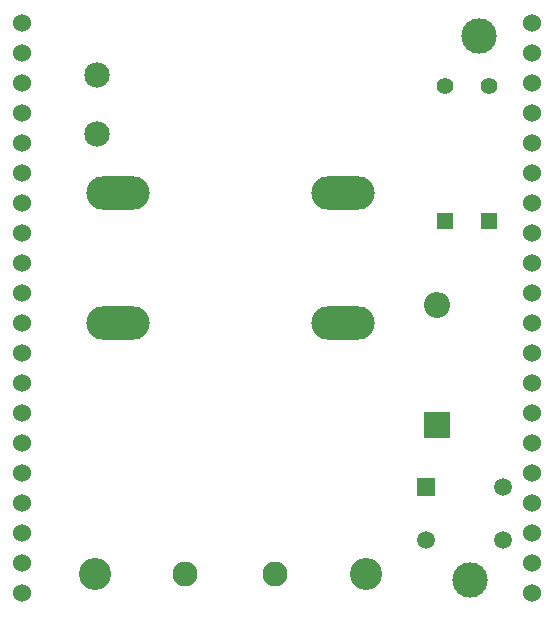
<source format=gbr>
%TF.GenerationSoftware,KiCad,Pcbnew,8.0.8*%
%TF.CreationDate,2025-03-10T21:52:54-04:00*%
%TF.ProjectId,AMS Latching Module V3.0,414d5320-4c61-4746-9368-696e67204d6f,rev?*%
%TF.SameCoordinates,Original*%
%TF.FileFunction,Soldermask,Bot*%
%TF.FilePolarity,Negative*%
%FSLAX46Y46*%
G04 Gerber Fmt 4.6, Leading zero omitted, Abs format (unit mm)*
G04 Created by KiCad (PCBNEW 8.0.8) date 2025-03-10 21:52:54*
%MOMM*%
%LPD*%
G01*
G04 APERTURE LIST*
%ADD10C,3.000000*%
%ADD11C,1.524000*%
%ADD12R,1.498600X1.498600*%
%ADD13C,1.498600*%
%ADD14O,5.350000X2.850000*%
%ADD15C,2.717800*%
%ADD16C,2.108200*%
%ADD17R,1.397000X1.397000*%
%ADD18C,1.397000*%
%ADD19C,2.154000*%
%ADD20R,2.200000X2.200000*%
%ADD21O,2.200000X2.200000*%
G04 APERTURE END LIST*
D10*
%TO.C,Safety Loop*%
X89500000Y-51900000D03*
%TD*%
D11*
%TO.C,J3*%
X50800000Y-99060000D03*
X50800000Y-96520000D03*
X50800000Y-93980000D03*
X50800000Y-91440000D03*
X50800000Y-88900000D03*
X50800000Y-86360000D03*
X50800000Y-83820000D03*
X50800000Y-81280000D03*
X50800000Y-78740000D03*
X50800000Y-76200000D03*
X50800000Y-73660000D03*
X50800000Y-71120000D03*
X50800000Y-68580000D03*
X50800000Y-66040000D03*
X50800000Y-63500000D03*
X50800000Y-60960000D03*
X50800000Y-58420000D03*
X50800000Y-55880000D03*
X50800000Y-53340000D03*
X50800000Y-50800000D03*
%TD*%
D12*
%TO.C,AMS RESET*%
X85019999Y-90070000D03*
D13*
X91520000Y-90070000D03*
X85019999Y-94570001D03*
X91520000Y-94570001D03*
%TD*%
D14*
%TO.C,K1*%
X58920000Y-65159999D03*
X58920000Y-76160000D03*
D15*
X56970000Y-97460000D03*
D16*
X64620000Y-97460000D03*
X72220000Y-97460000D03*
D15*
X79870000Y-97460000D03*
D14*
X77919998Y-76160000D03*
X77919998Y-65159999D03*
%TD*%
D17*
%TO.C,R2*%
X90300000Y-67530000D03*
D18*
X90300000Y-56100000D03*
%TD*%
D19*
%TO.C,J4*%
X57130000Y-55150000D03*
X57130000Y-60150000D03*
%TD*%
D10*
%TO.C,TP1*%
X88720000Y-97970000D03*
%TD*%
D17*
%TO.C,R1*%
X86600000Y-67530000D03*
D18*
X86600000Y-56100000D03*
%TD*%
D11*
%TO.C,J2*%
X94000000Y-99060000D03*
X94000000Y-96520000D03*
X94000000Y-93980000D03*
X94000000Y-91440000D03*
X94000000Y-88900000D03*
X94000000Y-86360000D03*
X94000000Y-83820000D03*
X94000000Y-81280000D03*
X94000000Y-78740000D03*
X94000000Y-76200000D03*
X94000000Y-73660000D03*
X94000000Y-71120000D03*
X94000000Y-68580000D03*
X94000000Y-66040000D03*
X94000000Y-63500000D03*
X94000000Y-60960000D03*
X94000000Y-58420000D03*
X94000000Y-55880000D03*
X94000000Y-53340000D03*
X94000000Y-50800000D03*
%TD*%
D20*
%TO.C,D3*%
X85920000Y-84790000D03*
D21*
X85920000Y-74630000D03*
%TD*%
M02*

</source>
